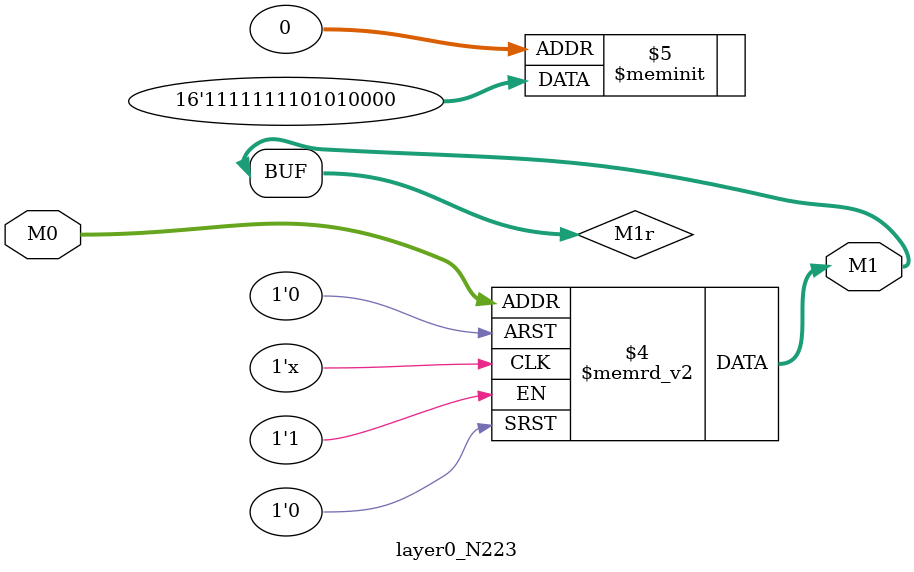
<source format=v>
module layer0_N223 ( input [2:0] M0, output [1:0] M1 );

	(*rom_style = "distributed" *) reg [1:0] M1r;
	assign M1 = M1r;
	always @ (M0) begin
		case (M0)
			3'b000: M1r = 2'b00;
			3'b100: M1r = 2'b11;
			3'b010: M1r = 2'b01;
			3'b110: M1r = 2'b11;
			3'b001: M1r = 2'b00;
			3'b101: M1r = 2'b11;
			3'b011: M1r = 2'b01;
			3'b111: M1r = 2'b11;

		endcase
	end
endmodule

</source>
